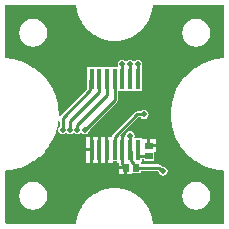
<source format=gbl>
G04*
G04 #@! TF.GenerationSoftware,Altium Limited,Altium Designer,24.4.1 (13)*
G04*
G04 Layer_Physical_Order=2*
G04 Layer_Color=16711680*
%FSLAX44Y44*%
%MOMM*%
G71*
G04*
G04 #@! TF.SameCoordinates,3A254B37-44D2-41AC-B17A-D77AFD25B485*
G04*
G04*
G04 #@! TF.FilePolarity,Positive*
G04*
G01*
G75*
%ADD22C,0.2540*%
%ADD24C,0.5000*%
%ADD25R,0.4500X1.7000*%
%ADD26R,0.6400X0.6000*%
%ADD27R,0.6000X0.6400*%
G36*
X-33746Y92410D02*
X-32482Y92240D01*
X-31745Y87588D01*
X-31674Y87396D01*
X-31650Y87192D01*
X-30194Y82713D01*
X-30094Y82534D01*
X-30039Y82337D01*
X-27900Y78141D01*
X-27774Y77980D01*
X-27688Y77794D01*
X-24920Y73984D01*
X-24769Y73845D01*
X-24656Y73675D01*
X-21325Y70344D01*
X-21155Y70230D01*
X-21016Y70080D01*
X-17205Y67312D01*
X-17020Y67226D01*
X-16859Y67099D01*
X-12662Y64961D01*
X-12465Y64905D01*
X-12287Y64805D01*
X-7807Y63350D01*
X-7604Y63326D01*
X-7412Y63255D01*
X-2760Y62518D01*
X-2555Y62526D01*
X-2355Y62486D01*
X2355Y62486D01*
X2556Y62526D01*
X2761Y62518D01*
X7413Y63255D01*
X7605Y63326D01*
X7808Y63350D01*
X12287Y64805D01*
X12466Y64905D01*
X12663Y64961D01*
X16860Y67099D01*
X17020Y67226D01*
X17206Y67312D01*
X21017Y70080D01*
X21156Y70230D01*
X21326Y70344D01*
X24656Y73675D01*
X24770Y73845D01*
X24920Y73983D01*
X27689Y77794D01*
X27775Y77980D01*
X27901Y78141D01*
X30040Y82337D01*
X30095Y82534D01*
X30195Y82713D01*
X31651Y87192D01*
X31674Y87396D01*
X31745Y87588D01*
X32482Y92240D01*
X33747Y92410D01*
X92410D01*
Y48504D01*
X91718Y47482D01*
X85881Y46714D01*
X85719Y46659D01*
X85548Y46648D01*
X79861Y45124D01*
X79708Y45048D01*
X79541Y45015D01*
X74101Y42762D01*
X73959Y42667D01*
X73797Y42612D01*
X68698Y39668D01*
X68570Y39555D01*
X68417Y39480D01*
X63746Y35896D01*
X63633Y35767D01*
X63491Y35672D01*
X59328Y31509D01*
X59233Y31367D01*
X59104Y31254D01*
X55520Y26583D01*
X55445Y26430D01*
X55332Y26302D01*
X52388Y21203D01*
X52333Y21041D01*
X52238Y20899D01*
X49985Y15459D01*
X49952Y15292D01*
X49876Y15139D01*
X48352Y9452D01*
X48341Y9281D01*
X48286Y9119D01*
X47518Y3282D01*
X47529Y3111D01*
X47496Y2944D01*
Y-2944D01*
X47529Y-3111D01*
X47518Y-3282D01*
X48286Y-9119D01*
X48341Y-9281D01*
X48352Y-9452D01*
X49876Y-15139D01*
X49952Y-15292D01*
X49985Y-15459D01*
X52238Y-20899D01*
X52333Y-21041D01*
X52388Y-21203D01*
X55332Y-26302D01*
X55445Y-26430D01*
X55520Y-26583D01*
X59104Y-31254D01*
X59233Y-31367D01*
X59328Y-31509D01*
X63491Y-35672D01*
X63633Y-35767D01*
X63746Y-35896D01*
X68417Y-39480D01*
X68570Y-39555D01*
X68698Y-39668D01*
X73797Y-42612D01*
X73959Y-42667D01*
X74101Y-42762D01*
X79541Y-45015D01*
X79708Y-45048D01*
X79861Y-45124D01*
X85548Y-46648D01*
X85719Y-46659D01*
X85881Y-46714D01*
X91718Y-47482D01*
X92410Y-48504D01*
Y-92410D01*
X33747D01*
X32482Y-92239D01*
X31745Y-87587D01*
X31675Y-87395D01*
X31651Y-87192D01*
X30195Y-82713D01*
X30095Y-82534D01*
X30040Y-82337D01*
X27901Y-78140D01*
X27775Y-77980D01*
X27689Y-77794D01*
X24920Y-73983D01*
X24770Y-73844D01*
X24656Y-73674D01*
X21326Y-70344D01*
X21156Y-70230D01*
X21017Y-70080D01*
X17206Y-67311D01*
X17020Y-67225D01*
X16860Y-67099D01*
X12663Y-64961D01*
X12466Y-64905D01*
X12287Y-64805D01*
X7808Y-63350D01*
X7605Y-63326D01*
X7413Y-63255D01*
X2761Y-62518D01*
X2556Y-62526D01*
X2356Y-62486D01*
X-2355D01*
X-2555Y-62526D01*
X-2760Y-62518D01*
X-7412Y-63255D01*
X-7604Y-63326D01*
X-7807Y-63350D01*
X-12287Y-64805D01*
X-12465Y-64905D01*
X-12662Y-64961D01*
X-16859Y-67099D01*
X-17019Y-67226D01*
X-17205Y-67311D01*
X-21016Y-70080D01*
X-21155Y-70230D01*
X-21325Y-70344D01*
X-24656Y-73674D01*
X-24769Y-73844D01*
X-24920Y-73983D01*
X-27688Y-77794D01*
X-27774Y-77980D01*
X-27900Y-78140D01*
X-30039Y-82337D01*
X-30094Y-82534D01*
X-30194Y-82713D01*
X-31650Y-87192D01*
X-31674Y-87395D01*
X-31745Y-87587D01*
X-32481Y-92239D01*
X-33746Y-92410D01*
X-91512Y-92410D01*
X-92410Y-91512D01*
Y-48504D01*
X-91718Y-47482D01*
X-85881Y-46714D01*
X-85719Y-46659D01*
X-85548Y-46648D01*
X-79861Y-45124D01*
X-79708Y-45048D01*
X-79541Y-45015D01*
X-74101Y-42762D01*
X-73959Y-42667D01*
X-73797Y-42612D01*
X-68698Y-39668D01*
X-68570Y-39555D01*
X-68417Y-39480D01*
X-63746Y-35896D01*
X-63633Y-35767D01*
X-63491Y-35672D01*
X-59328Y-31509D01*
X-59233Y-31367D01*
X-59104Y-31254D01*
X-55520Y-26583D01*
X-55445Y-26430D01*
X-55332Y-26302D01*
X-52388Y-21203D01*
X-52333Y-21041D01*
X-52238Y-20899D01*
X-49985Y-15459D01*
X-49952Y-15292D01*
X-49876Y-15139D01*
X-48352Y-9452D01*
X-48341Y-9281D01*
X-48286Y-9119D01*
X-47870Y-5957D01*
X-46600Y-6040D01*
Y-10191D01*
X-46725Y-10275D01*
X-47561Y-11525D01*
X-47854Y-13000D01*
X-47561Y-14475D01*
X-46725Y-15725D01*
X-45475Y-16561D01*
X-44000Y-16854D01*
X-42525Y-16561D01*
X-41757Y-16048D01*
X-40860Y-15827D01*
X-39963Y-16048D01*
X-39195Y-16561D01*
X-37720Y-16854D01*
X-36245Y-16561D01*
X-35477Y-16048D01*
X-34580Y-15827D01*
X-33683Y-16048D01*
X-32915Y-16561D01*
X-31440Y-16854D01*
X-29965Y-16561D01*
X-28715Y-15725D01*
X-27725D01*
X-26475Y-16561D01*
X-25000Y-16854D01*
X-23525Y-16561D01*
X-22275Y-15725D01*
X-21439Y-14475D01*
X-21146Y-13000D01*
X-21175Y-12852D01*
X1838Y10161D01*
X2402Y11005D01*
X2600Y12000D01*
Y20220D01*
X23030D01*
Y39780D01*
X23030D01*
X22873Y40073D01*
X23063Y41036D01*
X23354Y42500D01*
X23061Y43975D01*
X22225Y45225D01*
X20975Y46061D01*
X19500Y46354D01*
X18025Y46061D01*
X17105Y45446D01*
X16250Y45309D01*
X15395Y45446D01*
X14475Y46061D01*
X13000Y46354D01*
X11525Y46061D01*
X10605Y45446D01*
X9750Y45309D01*
X8895Y45446D01*
X7975Y46061D01*
X6500Y46354D01*
X5025Y46061D01*
X3775Y45225D01*
X2939Y43975D01*
X2646Y42500D01*
X2934Y41050D01*
X2980Y40820D01*
X2262Y39780D01*
X-23030D01*
Y29271D01*
X-23080Y29020D01*
Y21597D01*
X-45838Y-1162D01*
X-46226Y-1741D01*
X-47496Y-1489D01*
Y2944D01*
X-47529Y3111D01*
X-47518Y3282D01*
X-48286Y9119D01*
X-48341Y9281D01*
X-48352Y9452D01*
X-49876Y15139D01*
X-49952Y15292D01*
X-49985Y15459D01*
X-52238Y20899D01*
X-52333Y21041D01*
X-52388Y21203D01*
X-55332Y26302D01*
X-55445Y26430D01*
X-55520Y26583D01*
X-59104Y31254D01*
X-59233Y31367D01*
X-59328Y31509D01*
X-63491Y35672D01*
X-63633Y35767D01*
X-63746Y35896D01*
X-68417Y39480D01*
X-68570Y39555D01*
X-68698Y39668D01*
X-73797Y42612D01*
X-73959Y42667D01*
X-74101Y42762D01*
X-79541Y45015D01*
X-79708Y45048D01*
X-79861Y45124D01*
X-85548Y46648D01*
X-85719Y46659D01*
X-85881Y46714D01*
X-91718Y47482D01*
X-92410Y48504D01*
Y92410D01*
X-33746Y92410D01*
D02*
G37*
%LPC*%
G36*
X69000Y80882D02*
X65925Y80477D01*
X63059Y79290D01*
X60598Y77402D01*
X58710Y74941D01*
X57523Y72075D01*
X57118Y69000D01*
X57523Y65925D01*
X58710Y63059D01*
X60598Y60598D01*
X63059Y58710D01*
X65925Y57523D01*
X69000Y57118D01*
X72075Y57523D01*
X74941Y58710D01*
X77402Y60598D01*
X79290Y63059D01*
X80477Y65925D01*
X80882Y69000D01*
X80477Y72075D01*
X79290Y74941D01*
X77402Y77402D01*
X74941Y79290D01*
X72075Y80477D01*
X69000Y80882D01*
D02*
G37*
G36*
X-69000D02*
X-72075Y80477D01*
X-74941Y79290D01*
X-77402Y77402D01*
X-79290Y74941D01*
X-80477Y72075D01*
X-80882Y69000D01*
X-80477Y65925D01*
X-79290Y63059D01*
X-77402Y60598D01*
X-74941Y58710D01*
X-72075Y57523D01*
X-69000Y57118D01*
X-65925Y57523D01*
X-63059Y58710D01*
X-60598Y60598D01*
X-58710Y63059D01*
X-57523Y65925D01*
X-57118Y69000D01*
X-57523Y72075D01*
X-58710Y74941D01*
X-60598Y77402D01*
X-63059Y79290D01*
X-65925Y80477D01*
X-69000Y80882D01*
D02*
G37*
G36*
X25000Y3854D02*
X23525Y3561D01*
X22275Y2725D01*
X22191Y2600D01*
X19000D01*
X18005Y2402D01*
X17162Y1839D01*
X-1839Y-17162D01*
X-2402Y-18005D01*
X-2592Y-18960D01*
X-5230D01*
Y-30000D01*
Y-41040D01*
X-1710D01*
Y-39780D01*
X1710D01*
Y-41040D01*
X4060D01*
Y-43730D01*
X9600D01*
Y-45000D01*
X10870D01*
Y-50740D01*
X15140D01*
Y-49480D01*
X22680D01*
Y-47600D01*
X36257D01*
X37267Y-48610D01*
X37439Y-49475D01*
X38275Y-50725D01*
X39525Y-51561D01*
X41000Y-51854D01*
X42475Y-51561D01*
X43725Y-50725D01*
X44561Y-49475D01*
X44854Y-48000D01*
X44561Y-46525D01*
X43725Y-45275D01*
X42475Y-44439D01*
X41000Y-44146D01*
X40297Y-44286D01*
X39173Y-43162D01*
X38329Y-42598D01*
X37334Y-42400D01*
X22680D01*
Y-40520D01*
X23030Y-39780D01*
X23030D01*
Y-38000D01*
X24520D01*
Y-39680D01*
X33480D01*
Y-32140D01*
X34740D01*
Y-27870D01*
X29000D01*
Y-26600D01*
X27730D01*
Y-21060D01*
X23260D01*
X23030Y-20220D01*
X17474D01*
X16665Y-18950D01*
X16854Y-18000D01*
X16561Y-16525D01*
X15725Y-15275D01*
X14475Y-14439D01*
X13000Y-14146D01*
X11525Y-14439D01*
X10275Y-15275D01*
X9439Y-16525D01*
X9146Y-18000D01*
X8358Y-18960D01*
X7770D01*
Y-30000D01*
X5230D01*
Y-18607D01*
X4890Y-17787D01*
X20077Y-2600D01*
X22191D01*
X22275Y-2725D01*
X23525Y-3561D01*
X25000Y-3854D01*
X26475Y-3561D01*
X27725Y-2725D01*
X28561Y-1475D01*
X28854Y0D01*
X28561Y1475D01*
X27725Y2725D01*
X26475Y3561D01*
X25000Y3854D01*
D02*
G37*
G36*
X30270Y-21060D02*
Y-25330D01*
X34740D01*
Y-21060D01*
X30270D01*
D02*
G37*
G36*
X-20770Y-18960D02*
X-24290D01*
Y-28730D01*
X-20770D01*
Y-18960D01*
D02*
G37*
G36*
X-7770D02*
X-11730D01*
Y-30000D01*
Y-41040D01*
X-7770D01*
Y-30000D01*
Y-18960D01*
D02*
G37*
G36*
X-14270D02*
X-18230D01*
Y-30000D01*
Y-41040D01*
X-14270D01*
Y-30000D01*
Y-18960D01*
D02*
G37*
G36*
X-20770Y-31270D02*
X-24290D01*
Y-41040D01*
X-20770D01*
Y-31270D01*
D02*
G37*
G36*
X8330Y-46270D02*
X4060D01*
Y-50740D01*
X8330D01*
Y-46270D01*
D02*
G37*
G36*
X69000Y-57118D02*
X65925Y-57523D01*
X63059Y-58710D01*
X60598Y-60598D01*
X58710Y-63059D01*
X57523Y-65925D01*
X57118Y-69000D01*
X57523Y-72075D01*
X58710Y-74941D01*
X60598Y-77402D01*
X63059Y-79290D01*
X65925Y-80477D01*
X69000Y-80882D01*
X72075Y-80477D01*
X74941Y-79290D01*
X77402Y-77402D01*
X79290Y-74941D01*
X80477Y-72075D01*
X80882Y-69000D01*
X80477Y-65925D01*
X79290Y-63059D01*
X77402Y-60598D01*
X74941Y-58710D01*
X72075Y-57523D01*
X69000Y-57118D01*
D02*
G37*
G36*
X-69000D02*
X-72075Y-57523D01*
X-74941Y-58710D01*
X-77402Y-60598D01*
X-79290Y-63059D01*
X-80477Y-65925D01*
X-80882Y-69000D01*
X-80477Y-72075D01*
X-79290Y-74941D01*
X-77402Y-77402D01*
X-74941Y-79290D01*
X-72075Y-80477D01*
X-69000Y-80882D01*
X-65925Y-80477D01*
X-63059Y-79290D01*
X-60598Y-77402D01*
X-58710Y-74941D01*
X-57523Y-72075D01*
X-57118Y-69000D01*
X-57523Y-65925D01*
X-58710Y-63059D01*
X-60598Y-60598D01*
X-63059Y-58710D01*
X-65925Y-57523D01*
X-69000Y-57118D01*
D02*
G37*
%LPD*%
D22*
X-31440Y-8690D02*
X-6500Y16250D01*
Y30000D01*
X-31440Y-13000D02*
Y-8690D01*
X37334Y-45000D02*
X40334Y-48000D01*
X18400Y-45000D02*
X37334D01*
X40334Y-48000D02*
X41000D01*
X13000Y-18000D02*
X13000Y-18000D01*
X13000Y-30000D02*
Y-18000D01*
X-20480Y29020D02*
X-19500Y30000D01*
X-20480Y20520D02*
Y29020D01*
X-44000Y-3000D02*
X-20480Y20520D01*
X-44000Y-13000D02*
Y-3000D01*
X-37720Y-5720D02*
X-13000Y19000D01*
X-37720Y-13000D02*
Y-5720D01*
X-13000Y19000D02*
Y30000D01*
X-25000Y-13000D02*
X-0Y12000D01*
Y30000D01*
Y-19000D02*
X19000Y0D01*
X-0Y-30000D02*
Y-19000D01*
X19000Y0D02*
X25000D01*
X15150Y-41550D02*
X18400Y-44800D01*
X13980Y-39574D02*
Y-30980D01*
X18400Y-45000D02*
Y-44800D01*
X13980Y-39574D02*
X15150Y-40744D01*
Y-41550D02*
Y-40744D01*
X19500Y30000D02*
Y42500D01*
X19500Y-34420D02*
Y-30000D01*
Y-34420D02*
X20480Y-35400D01*
X6500Y-41700D02*
Y-30000D01*
X13000Y30000D02*
Y42500D01*
X13000Y-30000D02*
X13980Y-30980D01*
X6500Y30000D02*
Y42500D01*
X6500Y-41700D02*
X9600Y-44800D01*
Y-45000D02*
Y-44800D01*
X20480Y-35400D02*
X29000D01*
D24*
X0Y-9000D02*
D03*
Y0D02*
D03*
X32000D02*
D03*
X41000Y-48000D02*
D03*
X13000Y-18000D02*
D03*
X-25000Y-13000D02*
D03*
X-44000D02*
D03*
X-37720D02*
D03*
X-31440D02*
D03*
X25000Y0D02*
D03*
X29000Y-26600D02*
D03*
X6500Y42500D02*
D03*
X19500D02*
D03*
X13000D02*
D03*
D25*
X19500Y-30000D02*
D03*
X13000D02*
D03*
X6500D02*
D03*
X-0D02*
D03*
X-6500D02*
D03*
X-13000D02*
D03*
X-19500D02*
D03*
X19500Y30000D02*
D03*
X13000D02*
D03*
X6500D02*
D03*
X-0D02*
D03*
X-6500D02*
D03*
X-13000D02*
D03*
X-19500D02*
D03*
D26*
X29000Y-26600D02*
D03*
Y-35400D02*
D03*
D27*
X9600Y-45000D02*
D03*
X18400D02*
D03*
M02*

</source>
